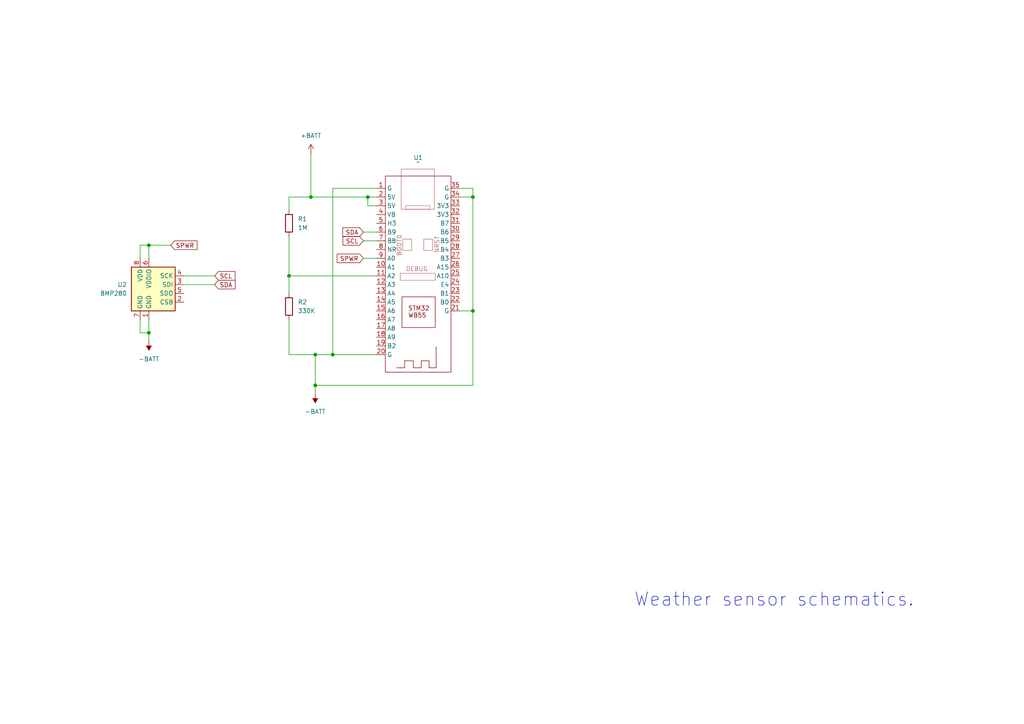
<source format=kicad_sch>
(kicad_sch (version 20231120) (generator "eeschema") (generator_version "8.0")
  (paper "A4")
  (lib_symbols
    (symbol "Device:R" (pin_numbers hide) (pin_names (offset 0))
      (property "Reference" "R" (at 2.032 0 90))
      (property "Value" "R" (at 0 0 90))
      (symbol "R_0_1"
        (rectangle (start -1.016 -2.54) (end 1.016 2.54) (stroke (width 0.254)))
      )
      (symbol "R_1_1"
        (pin passive line (at 0 3.81 270) (length 1.27) (name "~") (number "1"))
        (pin passive line (at 0 -3.81 90) (length 1.27) (name "~") (number "2"))
      )
    )
    (symbol "Sensor_Pressure:BMP280"
      (property "Reference" "U" (at -7.62 10.16 0))
      (property "Value" "BMP280" (at 5.08 10.16 0))
      (symbol "BMP280_0_1"
        (rectangle (start -7.62 -5.08) (end 5.08 7.62) (stroke (width 0.254)) (fill (type background)))
      )
      (symbol "BMP280_1_1"
        (pin power_in line (at 0 -7.62 90) (length 2.54) (name "GND") (number "1"))
        (pin input line (at -10.16 -2.54 0) (length 2.54) (name "CSB") (number "2"))
        (pin bidirectional line (at -10.16 2.54 0) (length 2.54) (name "SDI") (number "3"))
        (pin input line (at -10.16 5.08 0) (length 2.54) (name "SCK") (number "4"))
        (pin bidirectional line (at -10.16 0 0) (length 2.54) (name "SDO") (number "5"))
        (pin power_in line (at 0 10.16 270) (length 2.54) (name "VDDIO") (number "6"))
        (pin power_in line (at 2.54 -7.62 90) (length 2.54) (name "GND") (number "7"))
        (pin power_in line (at 2.54 10.16 270) (length 2.54) (name "VDD") (number "8"))
      )
    )
    (symbol "my_rfmodule:STM32WB55-Core-Board"
      (property "Reference" "U" (at 6.35 26.416 0))
      (symbol "STM32WB55-Core-Board_0_1"
        (rectangle (start -10.16 25.146) (end 8.89 -31.75))
      )
      (symbol "STM32WB55-Core-Board_1_1"
        (rectangle (start -5.842 -3.048) (end 4.318 -5.08) (stroke (width 0.0508)))
        (rectangle (start -5.588 27.178) (end 4.064 15.494) (stroke (width 0.0508)))
        (rectangle (start -5.334 -9.906) (end 4.318 -18.796))
        (rectangle (start -5.08 6.858) (end -2.54 3.556) (stroke (width 0.0508)))
        (rectangle (start -4.318 16.51) (end 2.794 15.494) (stroke (width 0.0508)))
        (polyline (pts (xy 4.572 -24.384) (xy 4.572 -30.48) (xy 2.54 -30.48) (xy 2.54 -28.448) (xy 0.254 -28.448) (xy 0.254 -30.48) (xy -2.032 -30.48) (xy -2.032 -28.448) (xy -4.572 -28.448) (xy -4.572 -30.48) (xy -6.858 -30.48)))
        (rectangle (start 1.016 6.858) (end 3.556 3.556) (stroke (width 0.0508)))
        (text "BOOT0" (at -6.096 5.08 900) (effects (font (size 1.27 1.27) (thickness 0.0508))))
        (text "DEBUG" (at -1.016 -1.778 0) (effects (font (size 1.27 1.27) (thickness 0.0508))))
        (text "NRST" (at 4.826 5.334 900) (effects (font (size 1.27 1.27) (thickness 0.0508))))
        (text "STM32\nWB55" (at -3.556 -14.224 0) (effects (font (size 1.27 1.27)) (justify left)))
        (pin power_in line (at -12.7 21.59 0) (length 2.54) (name "G") (number "1"))
        (pin bidirectional line (at -12.7 -1.27 0) (length 2.54) (name "A1") (number "10"))
        (pin bidirectional line (at -12.7 -3.81 0) (length 2.54) (name "A2") (number "11"))
        (pin bidirectional line (at -12.7 -6.35 0) (length 2.54) (name "A3") (number "12"))
        (pin bidirectional line (at -12.7 -8.89 0) (length 2.54) (name "A4") (number "13"))
        (pin bidirectional line (at -12.7 -11.43 0) (length 2.54) (name "A5") (number "14"))
        (pin bidirectional line (at -12.7 -13.97 0) (length 2.54) (name "A6") (number "15"))
        (pin bidirectional line (at -12.7 -16.51 0) (length 2.54) (name "A7") (number "16"))
        (pin bidirectional line (at -12.7 -19.05 0) (length 2.54) (name "A8") (number "17"))
        (pin bidirectional line (at -12.7 -21.59 0) (length 2.54) (name "A9") (number "18"))
        (pin bidirectional line (at -12.7 -24.13 0) (length 2.54) (name "B2") (number "19"))
        (pin power_in line (at -12.7 19.05 0) (length 2.54) (name "5V") (number "2"))
        (pin power_in line (at -12.7 -26.67 0) (length 2.54) (name "G") (number "20"))
        (pin power_in line (at 11.43 -13.97 180) (length 2.54) (name "G") (number "21"))
        (pin bidirectional line (at 11.43 -11.43 180) (length 2.54) (name "B0") (number "22"))
        (pin bidirectional line (at 11.43 -8.89 180) (length 2.54) (name "B1") (number "23"))
        (pin bidirectional line (at 11.43 -6.35 180) (length 2.54) (name "E4") (number "24"))
        (pin bidirectional line (at 11.43 -3.81 180) (length 2.54) (name "A10") (number "25"))
        (pin bidirectional line (at 11.43 -1.27 180) (length 2.54) (name "A15") (number "26"))
        (pin bidirectional line (at 11.43 1.27 180) (length 2.54) (name "B3") (number "27"))
        (pin bidirectional line (at 11.43 3.81 180) (length 2.54) (name "B4") (number "28"))
        (pin bidirectional line (at 11.43 6.35 180) (length 2.54) (name "B5") (number "29"))
        (pin power_in line (at -12.7 16.51 0) (length 2.54) (name "5V") (number "3"))
        (pin bidirectional line (at 11.43 8.89 180) (length 2.54) (name "B6") (number "30"))
        (pin bidirectional line (at 11.43 11.43 180) (length 2.54) (name "B7") (number "31"))
        (pin power_in line (at 11.43 13.97 180) (length 2.54) (name "3V3") (number "32"))
        (pin power_in line (at 11.43 16.51 180) (length 2.54) (name "3V3") (number "33"))
        (pin power_in line (at 11.43 19.05 180) (length 2.54) (name "G") (number "34"))
        (pin power_in line (at 11.43 21.59 180) (length 2.54) (name "G") (number "35"))
        (pin power_in line (at -12.7 13.97 0) (length 2.54) (name "VB") (number "4"))
        (pin bidirectional line (at -12.7 11.43 0) (length 2.54) (name "H3") (number "5"))
        (pin bidirectional line (at -12.7 8.89 0) (length 2.54) (name "B9") (number "6"))
        (pin bidirectional line (at -12.7 6.35 0) (length 2.54) (name "B8") (number "7"))
        (pin bidirectional line (at -12.7 3.81 0) (length 2.54) (name "NR") (number "8"))
        (pin bidirectional line (at -12.7 1.27 0) (length 2.54) (name "A0") (number "9"))
      )
    )
    (symbol "power:+BATT" (power) (pin_numbers hide) (pin_names (offset 0) hide)
      (property "Value" "+BATT" (at 0 3.556 0))
      (symbol "+BATT_0_1"
        (polyline (pts (xy -0.762 1.27) (xy 0 2.54)))
        (polyline (pts (xy 0 0) (xy 0 2.54)))
        (polyline (pts (xy 0 2.54) (xy 0.762 1.27)))
      )
      (symbol "+BATT_1_1"
        (pin power_in line (at 0 0 90) (length 0) (name "~") (number "1"))
      )
    )
    (symbol "power:-BATT" (power) (pin_numbers hide) (pin_names (offset 0) hide)
      (property "Value" "-BATT" (at 0 3.556 0))
      (symbol "-BATT_0_1"
        (polyline (pts (xy 0 0) (xy 0 2.54)))
        (polyline (pts (xy 0.762 1.27) (xy -0.762 1.27) (xy 0 2.54) (xy 0.762 1.27)) (fill (type outline)))
      )
      (symbol "-BATT_1_1"
        (pin power_in line (at 0 0 90) (length 0) (name "~") (number "1"))
      )
    )
  )
  (junction (at 83.82 80.01))
  (junction (at 90.17 57.15))
  (junction (at 91.44 111.76))
  (junction (at 43.18 71.12))
  (junction (at 91.44 102.87))
  (junction (at 43.18 96.52))
  (junction (at 96.52 102.87))
  (junction (at 137.16 90.17))
  (junction (at 137.16 57.15))
  (junction (at 106.68 57.15))
  (wire (pts (xy 43.18 92.71) (xy 43.18 96.52)))
  (wire (pts (xy 137.16 57.15) (xy 133.35 57.15)))
  (wire (pts (xy 83.82 80.01) (xy 109.22 80.01)))
  (wire (pts (xy 83.82 60.96) (xy 83.82 57.15)))
  (wire (pts (xy 133.35 90.17) (xy 137.16 90.17)))
  (wire (pts (xy 40.64 71.12) (xy 43.18 71.12)))
  (wire (pts (xy 137.16 90.17) (xy 137.16 57.15)))
  (wire (pts (xy 106.68 57.15) (xy 106.68 59.69)))
  (wire (pts (xy 83.82 57.15) (xy 90.17 57.15)))
  (wire (pts (xy 43.18 71.12) (xy 49.53 71.12)))
  (wire (pts (xy 90.17 57.15) (xy 106.68 57.15)))
  (wire (pts (xy 90.17 44.45) (xy 90.17 57.15)))
  (wire (pts (xy 40.64 92.71) (xy 40.64 96.52)))
  (wire (pts (xy 137.16 54.61) (xy 137.16 57.15)))
  (wire (pts (xy 83.82 102.87) (xy 91.44 102.87)))
  (wire (pts (xy 105.41 74.93) (xy 109.22 74.93)))
  (wire (pts (xy 43.18 96.52) (xy 43.18 99.06)))
  (wire (pts (xy 53.34 80.01) (xy 62.23 80.01)))
  (wire (pts (xy 106.68 57.15) (xy 109.22 57.15)))
  (wire (pts (xy 96.52 54.61) (xy 96.52 102.87)))
  (wire (pts (xy 91.44 111.76) (xy 91.44 114.3)))
  (wire (pts (xy 83.82 68.58) (xy 83.82 80.01)))
  (wire (pts (xy 109.22 59.69) (xy 106.68 59.69)))
  (wire (pts (xy 133.35 54.61) (xy 137.16 54.61)))
  (wire (pts (xy 40.64 74.93) (xy 40.64 71.12)))
  (wire (pts (xy 40.64 96.52) (xy 43.18 96.52)))
  (wire (pts (xy 83.82 80.01) (xy 83.82 85.09)))
  (wire (pts (xy 109.22 102.87) (xy 96.52 102.87)))
  (wire (pts (xy 105.41 67.31) (xy 109.22 67.31)))
  (wire (pts (xy 83.82 92.71) (xy 83.82 102.87)))
  (wire (pts (xy 137.16 111.76) (xy 91.44 111.76)))
  (wire (pts (xy 105.41 69.85) (xy 109.22 69.85)))
  (wire (pts (xy 137.16 90.17) (xy 137.16 111.76)))
  (wire (pts (xy 91.44 102.87) (xy 91.44 111.76)))
  (wire (pts (xy 96.52 102.87) (xy 91.44 102.87)))
  (wire (pts (xy 109.22 54.61) (xy 96.52 54.61)))
  (wire (pts (xy 43.18 71.12) (xy 43.18 74.93)))
  (wire (pts (xy 53.34 82.55) (xy 62.23 82.55)))
  (text "Weather sensor schematics." (at 224.536 173.99 0) (effects (font (size 3.84 3.84))))
  (global_label "SPWR" (shape input) (at 49.53 71.12 0) (property "Intersheetrefs" "${INTERSHEET_REFS}" (effects (hide yes))))
  (global_label "SCL" (shape input) (at 105.41 69.85 180) (property "Intersheetrefs" "${INTERSHEET_REFS}" (effects (hide yes))))
  (global_label "SDA" (shape input) (at 62.23 82.55 0) (property "Intersheetrefs" "${INTERSHEET_REFS}" (effects (hide yes))))
  (global_label "SPWR" (shape input) (at 105.41 74.93 180) (property "Intersheetrefs" "${INTERSHEET_REFS}" (effects (hide yes))))
  (global_label "SDA" (shape input) (at 105.41 67.31 180) (property "Intersheetrefs" "${INTERSHEET_REFS}" (effects (hide yes))))
  (global_label "SCL" (shape input) (at 62.23 80.01 0) (property "Intersheetrefs" "${INTERSHEET_REFS}" (effects (hide yes))))
  (symbol (lib_id "power:-BATT") (at 91.44 114.3 180) (unit 1)
    (property "Reference" "#PWR02" (effects (hide yes)))
    (property "Value" "-BATT" (at 91.44 119.38 0))
    (property "Description" "Power symbol creates a global label with name \"-BATT\"" (effects (hide yes)))
  )
  (symbol (lib_id "Device:R") (at 83.82 64.77 0) (unit 1)
    (property "Reference" "R1" (at 86.36 63.4999 0) (effects (justify left)))
    (property "Value" "1M" (at 86.36 66.0399 0) (effects (justify left)))
    (property "Description" "Resistor" (effects (hide yes)))
  )
  (symbol (lib_id "power:+BATT") (at 90.17 44.45 0) (unit 1)
    (property "Reference" "#PWR01" (effects (hide yes)))
    (property "Value" "+BATT" (at 90.17 39.37 0))
    (property "Description" "Power symbol creates a global label with name \"+BATT\"" (effects (hide yes)))
  )
  (symbol (lib_id "power:-BATT") (at 43.18 99.06 180) (unit 1)
    (property "Reference" "#PWR03" (effects (hide yes)))
    (property "Value" "-BATT" (at 43.18 104.14 0))
    (property "Description" "Power symbol creates a global label with name \"-BATT\"" (effects (hide yes)))
  )
  (symbol (lib_id "Device:R") (at 83.82 88.9 0) (unit 1)
    (property "Reference" "R2" (at 86.36 87.6299 0) (effects (justify left)))
    (property "Value" "330K" (at 86.36 90.1699 0) (effects (justify left)))
    (property "Description" "Resistor" (effects (hide yes)))
  )
  (symbol (lib_id "my_rfmodule:STM32WB55-Core-Board") (at 121.92 76.2 0) (unit 1)
    (property "Reference" "U1" (at 121.285 45.72 0))
    (property "Value" "~" (at 121.285 46.99 0))
  )
  (symbol (lib_id "Sensor_Pressure:BMP280") (at 43.18 85.09 0) (mirror y) (unit 1)
    (property "Reference" "U2" (at 36.83 82.5499 0) (effects (justify left)))
    (property "Value" "BMP280" (at 36.83 85.0899 0) (effects (justify left)))
    (property "Footprint" "Package_LGA:Bosch_LGA-8_2x2.5mm_P0.65mm_ClockwisePinNumbering" (effects (hide yes)))
    (property "Datasheet" "https://ae-bst.resource.bosch.com/media/_tech/media/datasheets/BST-BMP280-DS001.pdf" (effects (hide yes)))
    (property "Description" "Absolute Barometric Pressure Sensor, LGA-8" (effects (hide yes)))
  )
)
</source>
